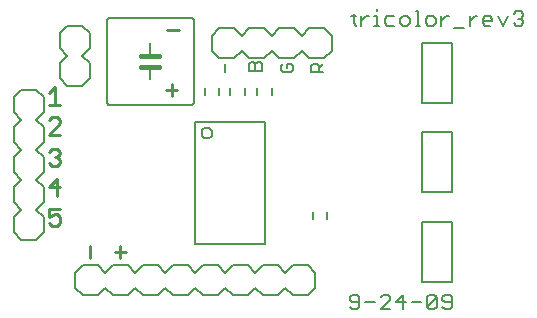
<source format=gto>
G75*
G70*
%OFA0B0*%
%FSLAX24Y24*%
%IPPOS*%
%LPD*%
%AMOC8*
5,1,8,0,0,1.08239X$1,22.5*
%
%ADD10C,0.0110*%
%ADD11C,0.0080*%
%ADD12C,0.0050*%
%ADD13C,0.0060*%
%ADD14C,0.0160*%
D10*
X003289Y002273D02*
X003289Y002666D01*
X004092Y002469D02*
X004486Y002469D01*
X004289Y002273D02*
X004289Y002666D01*
X002288Y003415D02*
X002190Y003317D01*
X001993Y003317D01*
X001895Y003415D01*
X001895Y003612D02*
X002091Y003711D01*
X002190Y003711D01*
X002288Y003612D01*
X002288Y003415D01*
X001895Y003612D02*
X001895Y003908D01*
X002288Y003908D01*
X002190Y004317D02*
X002190Y004908D01*
X001895Y004612D01*
X002288Y004612D01*
X002190Y005317D02*
X001993Y005317D01*
X001895Y005415D01*
X002190Y005317D02*
X002288Y005415D01*
X002288Y005514D01*
X002190Y005612D01*
X002091Y005612D01*
X002190Y005612D02*
X002288Y005711D01*
X002288Y005809D01*
X002190Y005908D01*
X001993Y005908D01*
X001895Y005809D01*
X001895Y006367D02*
X002288Y006761D01*
X002288Y006859D01*
X002190Y006958D01*
X001993Y006958D01*
X001895Y006859D01*
X001895Y006367D02*
X002288Y006367D01*
X002288Y007367D02*
X001895Y007367D01*
X002091Y007367D02*
X002091Y007958D01*
X001895Y007761D01*
X005795Y007862D02*
X006188Y007862D01*
X005991Y008059D02*
X005991Y007665D01*
X005845Y009862D02*
X006238Y009862D01*
D11*
X002790Y001262D02*
X003040Y001012D01*
X003540Y001012D01*
X003790Y001262D01*
X004040Y001012D01*
X004540Y001012D01*
X004790Y001262D01*
X005040Y001012D01*
X005540Y001012D01*
X005790Y001262D01*
X006040Y001012D01*
X006540Y001012D01*
X006790Y001262D01*
X007040Y001012D01*
X007540Y001012D01*
X007790Y001262D01*
X008040Y001012D01*
X008540Y001012D01*
X008790Y001262D01*
X009040Y001012D01*
X009540Y001012D01*
X009790Y001262D01*
X010040Y001012D01*
X010540Y001012D01*
X010790Y001262D01*
X010790Y001762D01*
X010540Y002012D01*
X010040Y002012D01*
X009790Y001762D01*
X009540Y002012D01*
X009040Y002012D01*
X008790Y001762D01*
X008540Y002012D01*
X008040Y002012D01*
X007790Y001762D01*
X007540Y002012D01*
X007040Y002012D01*
X006790Y001762D01*
X006540Y002012D01*
X006040Y002012D01*
X005790Y001762D01*
X005540Y002012D01*
X005040Y002012D01*
X004790Y001762D01*
X004540Y002012D01*
X004040Y002012D01*
X003790Y001762D01*
X003540Y002012D01*
X003040Y002012D01*
X002790Y001762D01*
X002790Y001262D01*
X001490Y002862D02*
X000990Y002862D01*
X000740Y003112D01*
X000740Y003612D01*
X000990Y003862D01*
X000740Y004112D01*
X000740Y004612D01*
X000990Y004862D01*
X000740Y005112D01*
X000740Y005612D01*
X000990Y005862D01*
X000740Y006112D01*
X000740Y006612D01*
X000990Y006862D01*
X000740Y007112D01*
X000740Y007612D01*
X000990Y007862D01*
X001490Y007862D01*
X001740Y007612D01*
X001740Y007112D01*
X001490Y006862D01*
X001740Y006612D01*
X001740Y006112D01*
X001490Y005862D01*
X001740Y005612D01*
X001740Y005112D01*
X001490Y004862D01*
X001740Y004612D01*
X001740Y004112D01*
X001490Y003862D01*
X001740Y003612D01*
X001740Y003112D01*
X001490Y002862D01*
X002508Y008008D02*
X003008Y008008D01*
X003258Y008258D01*
X003258Y008758D01*
X003008Y009008D01*
X003258Y009258D01*
X003258Y009758D01*
X003008Y010008D01*
X002508Y010008D01*
X002258Y009758D01*
X002258Y009258D01*
X002508Y009008D01*
X002258Y008758D01*
X002258Y008258D01*
X002508Y008008D01*
X007340Y009162D02*
X007340Y009662D01*
X007590Y009912D01*
X008090Y009912D01*
X008340Y009662D01*
X008590Y009912D01*
X009090Y009912D01*
X009340Y009662D01*
X009590Y009912D01*
X010090Y009912D01*
X010340Y009662D01*
X010590Y009912D01*
X011090Y009912D01*
X011340Y009662D01*
X011340Y009162D01*
X011090Y008912D01*
X010590Y008912D01*
X010340Y009162D01*
X010090Y008912D01*
X009590Y008912D01*
X009340Y009162D01*
X009090Y008912D01*
X008590Y008912D01*
X008340Y009162D01*
X008090Y008912D01*
X007590Y008912D01*
X007340Y009162D01*
X007789Y008732D02*
X007789Y008452D01*
X008579Y008502D02*
X008579Y008712D01*
X008649Y008782D01*
X008719Y008782D01*
X008789Y008712D01*
X008789Y008502D01*
X008579Y008502D02*
X009000Y008502D01*
X009000Y008712D01*
X008929Y008782D01*
X008859Y008782D01*
X008789Y008712D01*
X009629Y008662D02*
X009629Y008522D01*
X009699Y008452D01*
X009979Y008452D01*
X010050Y008522D01*
X010050Y008662D01*
X009979Y008732D01*
X009839Y008732D01*
X009839Y008592D01*
X009699Y008732D02*
X009629Y008662D01*
X010629Y008662D02*
X010629Y008452D01*
X011050Y008452D01*
X010909Y008452D02*
X010909Y008662D01*
X010839Y008732D01*
X010699Y008732D01*
X010629Y008662D01*
X010909Y008592D02*
X011050Y008732D01*
X012140Y010002D02*
X012060Y010082D01*
X012060Y010402D01*
X011980Y010322D02*
X012140Y010322D01*
X012323Y010322D02*
X012323Y010002D01*
X012323Y010162D02*
X012483Y010322D01*
X012563Y010322D01*
X012753Y010322D02*
X012833Y010322D01*
X012833Y010002D01*
X012753Y010002D02*
X012913Y010002D01*
X013097Y010082D02*
X013177Y010002D01*
X013417Y010002D01*
X013612Y010082D02*
X013692Y010002D01*
X013853Y010002D01*
X013933Y010082D01*
X013933Y010242D01*
X013853Y010322D01*
X013692Y010322D01*
X013612Y010242D01*
X013612Y010082D01*
X013417Y010322D02*
X013177Y010322D01*
X013097Y010242D01*
X013097Y010082D01*
X012833Y010482D02*
X012833Y010563D01*
X014128Y010482D02*
X014208Y010482D01*
X014208Y010002D01*
X014128Y010002D02*
X014288Y010002D01*
X014472Y010082D02*
X014552Y010002D01*
X014712Y010002D01*
X014792Y010082D01*
X014792Y010242D01*
X014712Y010322D01*
X014552Y010322D01*
X014472Y010242D01*
X014472Y010082D01*
X014987Y010002D02*
X014987Y010322D01*
X014987Y010162D02*
X015147Y010322D01*
X015228Y010322D01*
X015417Y009922D02*
X015737Y009922D01*
X015933Y010002D02*
X015933Y010322D01*
X016093Y010322D02*
X016173Y010322D01*
X016093Y010322D02*
X015933Y010162D01*
X016362Y010162D02*
X016683Y010162D01*
X016683Y010242D01*
X016603Y010322D01*
X016442Y010322D01*
X016362Y010242D01*
X016362Y010082D01*
X016442Y010002D01*
X016603Y010002D01*
X016878Y010322D02*
X017038Y010002D01*
X017198Y010322D01*
X017394Y010402D02*
X017474Y010482D01*
X017634Y010482D01*
X017714Y010402D01*
X017714Y010322D01*
X017634Y010242D01*
X017714Y010162D01*
X017714Y010082D01*
X017634Y010002D01*
X017474Y010002D01*
X017394Y010082D01*
X017554Y010242D02*
X017634Y010242D01*
X015264Y001032D02*
X015103Y001032D01*
X015023Y000952D01*
X015023Y000872D01*
X015103Y000792D01*
X015344Y000792D01*
X015344Y000632D02*
X015344Y000952D01*
X015264Y001032D01*
X014828Y000952D02*
X014508Y000632D01*
X014588Y000552D01*
X014748Y000552D01*
X014828Y000632D01*
X014828Y000952D01*
X014748Y001032D01*
X014588Y001032D01*
X014508Y000952D01*
X014508Y000632D01*
X014312Y000792D02*
X013992Y000792D01*
X013797Y000792D02*
X013476Y000792D01*
X013717Y001032D01*
X013717Y000552D01*
X013281Y000552D02*
X012961Y000552D01*
X013281Y000872D01*
X013281Y000952D01*
X013201Y001032D01*
X013041Y001032D01*
X012961Y000952D01*
X012765Y000792D02*
X012445Y000792D01*
X012250Y000792D02*
X012010Y000792D01*
X011930Y000872D01*
X011930Y000952D01*
X012010Y001032D01*
X012170Y001032D01*
X012250Y000952D01*
X012250Y000632D01*
X012170Y000552D01*
X012010Y000552D01*
X011930Y000632D01*
X015023Y000632D02*
X015103Y000552D01*
X015264Y000552D01*
X015344Y000632D01*
D12*
X015340Y001462D02*
X014340Y001462D01*
X014340Y003462D01*
X015340Y003462D01*
X015340Y001462D01*
X015340Y004462D02*
X014340Y004462D01*
X014340Y006462D01*
X015340Y006462D01*
X015340Y004462D01*
X015340Y007412D02*
X014340Y007412D01*
X014340Y009412D01*
X015340Y009412D01*
X015340Y007412D01*
D13*
X009326Y007694D02*
X009326Y007930D01*
X008853Y007930D02*
X008853Y007694D01*
X008426Y007694D02*
X008426Y007930D01*
X007953Y007930D02*
X007953Y007694D01*
X007576Y007694D02*
X007576Y007930D01*
X007103Y007930D02*
X007103Y007694D01*
X006740Y007462D02*
X006740Y010162D01*
X006738Y010179D01*
X006734Y010196D01*
X006727Y010212D01*
X006717Y010226D01*
X006704Y010239D01*
X006690Y010249D01*
X006674Y010256D01*
X006657Y010260D01*
X006640Y010262D01*
X003940Y010262D01*
X003923Y010260D01*
X003906Y010256D01*
X003890Y010249D01*
X003876Y010239D01*
X003863Y010226D01*
X003853Y010212D01*
X003846Y010196D01*
X003842Y010179D01*
X003840Y010162D01*
X003840Y007462D01*
X003842Y007445D01*
X003846Y007428D01*
X003853Y007412D01*
X003863Y007398D01*
X003876Y007385D01*
X003890Y007375D01*
X003906Y007368D01*
X003923Y007364D01*
X003940Y007362D01*
X006640Y007362D01*
X006657Y007364D01*
X006674Y007368D01*
X006690Y007375D01*
X006704Y007385D01*
X006717Y007398D01*
X006727Y007412D01*
X006734Y007428D01*
X006738Y007445D01*
X006740Y007462D01*
X006788Y006809D02*
X009091Y006809D01*
X009091Y002715D01*
X006788Y002715D01*
X006788Y006809D01*
X006991Y006425D02*
X006993Y006451D01*
X006999Y006477D01*
X007008Y006502D01*
X007021Y006525D01*
X007037Y006546D01*
X007056Y006564D01*
X007078Y006580D01*
X007101Y006592D01*
X007126Y006600D01*
X007152Y006605D01*
X007179Y006606D01*
X007205Y006603D01*
X007230Y006596D01*
X007255Y006586D01*
X007277Y006572D01*
X007298Y006555D01*
X007315Y006536D01*
X007330Y006514D01*
X007341Y006490D01*
X007349Y006464D01*
X007353Y006438D01*
X007353Y006412D01*
X007349Y006386D01*
X007341Y006360D01*
X007330Y006336D01*
X007315Y006314D01*
X007298Y006295D01*
X007277Y006278D01*
X007255Y006264D01*
X007230Y006254D01*
X007205Y006247D01*
X007179Y006244D01*
X007152Y006245D01*
X007126Y006250D01*
X007101Y006258D01*
X007078Y006270D01*
X007056Y006286D01*
X007037Y006304D01*
X007021Y006325D01*
X007008Y006348D01*
X006999Y006373D01*
X006993Y006399D01*
X006991Y006425D01*
X005290Y008212D02*
X005290Y008632D01*
X005290Y008982D02*
X005290Y009412D01*
X010703Y003780D02*
X010703Y003544D01*
X011176Y003544D02*
X011176Y003780D01*
D14*
X005590Y008632D02*
X005290Y008632D01*
X004990Y008632D01*
X004990Y008982D02*
X005290Y008982D01*
X005590Y008982D01*
M02*

</source>
